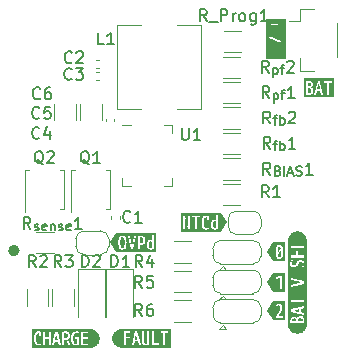
<source format=gbr>
%TF.GenerationSoftware,KiCad,Pcbnew,6.0.10-86aedd382b~118~ubuntu20.04.1*%
%TF.CreationDate,2022-12-20T17:41:17+01:00*%
%TF.ProjectId,DC_UPS,44435f55-5053-42e6-9b69-6361645f7063,rev?*%
%TF.SameCoordinates,Original*%
%TF.FileFunction,Legend,Top*%
%TF.FilePolarity,Positive*%
%FSLAX46Y46*%
G04 Gerber Fmt 4.6, Leading zero omitted, Abs format (unit mm)*
G04 Created by KiCad (PCBNEW 6.0.10-86aedd382b~118~ubuntu20.04.1) date 2022-12-20 17:41:17*
%MOMM*%
%LPD*%
G01*
G04 APERTURE LIST*
%ADD10C,0.150000*%
%ADD11C,0.120000*%
%ADD12C,0.477244*%
G04 APERTURE END LIST*
D10*
%TO.C,R_{pf}1*%
X54092857Y-38202380D02*
X53759523Y-37726190D01*
X53521428Y-38202380D02*
X53521428Y-37202380D01*
X53902380Y-37202380D01*
X53997619Y-37250000D01*
X54045238Y-37297619D01*
X54092857Y-37392857D01*
X54092857Y-37535714D01*
X54045238Y-37630952D01*
X53997619Y-37678571D01*
X53902380Y-37726190D01*
X53521428Y-37726190D01*
X54473809Y-37778571D02*
X54473809Y-38578571D01*
X54473809Y-37816666D02*
X54550000Y-37778571D01*
X54702380Y-37778571D01*
X54778571Y-37816666D01*
X54816666Y-37854761D01*
X54854761Y-37930952D01*
X54854761Y-38159523D01*
X54816666Y-38235714D01*
X54778571Y-38273809D01*
X54702380Y-38311904D01*
X54550000Y-38311904D01*
X54473809Y-38273809D01*
X55083333Y-37778571D02*
X55388095Y-37778571D01*
X55197619Y-38311904D02*
X55197619Y-37626190D01*
X55235714Y-37550000D01*
X55311904Y-37511904D01*
X55388095Y-37511904D01*
X56226190Y-38202380D02*
X55654761Y-38202380D01*
X55940476Y-38202380D02*
X55940476Y-37202380D01*
X55845238Y-37345238D01*
X55750000Y-37440476D01*
X55654761Y-37488095D01*
%TO.C,R5*%
X43313333Y-54252380D02*
X42980000Y-53776190D01*
X42741904Y-54252380D02*
X42741904Y-53252380D01*
X43122857Y-53252380D01*
X43218095Y-53300000D01*
X43265714Y-53347619D01*
X43313333Y-53442857D01*
X43313333Y-53585714D01*
X43265714Y-53680952D01*
X43218095Y-53728571D01*
X43122857Y-53776190D01*
X42741904Y-53776190D01*
X44218095Y-53252380D02*
X43741904Y-53252380D01*
X43694285Y-53728571D01*
X43741904Y-53680952D01*
X43837142Y-53633333D01*
X44075238Y-53633333D01*
X44170476Y-53680952D01*
X44218095Y-53728571D01*
X44265714Y-53823809D01*
X44265714Y-54061904D01*
X44218095Y-54157142D01*
X44170476Y-54204761D01*
X44075238Y-54252380D01*
X43837142Y-54252380D01*
X43741904Y-54204761D01*
X43694285Y-54157142D01*
%TO.C,R4*%
X43333333Y-52502380D02*
X43000000Y-52026190D01*
X42761904Y-52502380D02*
X42761904Y-51502380D01*
X43142857Y-51502380D01*
X43238095Y-51550000D01*
X43285714Y-51597619D01*
X43333333Y-51692857D01*
X43333333Y-51835714D01*
X43285714Y-51930952D01*
X43238095Y-51978571D01*
X43142857Y-52026190D01*
X42761904Y-52026190D01*
X44190476Y-51835714D02*
X44190476Y-52502380D01*
X43952380Y-51454761D02*
X43714285Y-52169047D01*
X44333333Y-52169047D01*
%TO.C,U1*%
X46688095Y-40752380D02*
X46688095Y-41561904D01*
X46735714Y-41657142D01*
X46783333Y-41704761D01*
X46878571Y-41752380D01*
X47069047Y-41752380D01*
X47164285Y-41704761D01*
X47211904Y-41657142D01*
X47259523Y-41561904D01*
X47259523Y-40752380D01*
X48259523Y-41752380D02*
X47688095Y-41752380D01*
X47973809Y-41752380D02*
X47973809Y-40752380D01*
X47878571Y-40895238D01*
X47783333Y-40990476D01*
X47688095Y-41038095D01*
%TO.C,L1*%
X40083333Y-33652380D02*
X39607142Y-33652380D01*
X39607142Y-32652380D01*
X40940476Y-33652380D02*
X40369047Y-33652380D01*
X40654761Y-33652380D02*
X40654761Y-32652380D01*
X40559523Y-32795238D01*
X40464285Y-32890476D01*
X40369047Y-32938095D01*
%TO.C,Q1*%
X38854761Y-43797619D02*
X38759523Y-43750000D01*
X38664285Y-43654761D01*
X38521428Y-43511904D01*
X38426190Y-43464285D01*
X38330952Y-43464285D01*
X38378571Y-43702380D02*
X38283333Y-43654761D01*
X38188095Y-43559523D01*
X38140476Y-43369047D01*
X38140476Y-43035714D01*
X38188095Y-42845238D01*
X38283333Y-42750000D01*
X38378571Y-42702380D01*
X38569047Y-42702380D01*
X38664285Y-42750000D01*
X38759523Y-42845238D01*
X38807142Y-43035714D01*
X38807142Y-43369047D01*
X38759523Y-43559523D01*
X38664285Y-43654761D01*
X38569047Y-43702380D01*
X38378571Y-43702380D01*
X39759523Y-43702380D02*
X39188095Y-43702380D01*
X39473809Y-43702380D02*
X39473809Y-42702380D01*
X39378571Y-42845238D01*
X39283333Y-42940476D01*
X39188095Y-42988095D01*
%TO.C,C5*%
X34633333Y-39857142D02*
X34585714Y-39904761D01*
X34442857Y-39952380D01*
X34347619Y-39952380D01*
X34204761Y-39904761D01*
X34109523Y-39809523D01*
X34061904Y-39714285D01*
X34014285Y-39523809D01*
X34014285Y-39380952D01*
X34061904Y-39190476D01*
X34109523Y-39095238D01*
X34204761Y-39000000D01*
X34347619Y-38952380D01*
X34442857Y-38952380D01*
X34585714Y-39000000D01*
X34633333Y-39047619D01*
X35538095Y-38952380D02*
X35061904Y-38952380D01*
X35014285Y-39428571D01*
X35061904Y-39380952D01*
X35157142Y-39333333D01*
X35395238Y-39333333D01*
X35490476Y-39380952D01*
X35538095Y-39428571D01*
X35585714Y-39523809D01*
X35585714Y-39761904D01*
X35538095Y-39857142D01*
X35490476Y-39904761D01*
X35395238Y-39952380D01*
X35157142Y-39952380D01*
X35061904Y-39904761D01*
X35014285Y-39857142D01*
%TO.C,R_Prog1*%
X48788095Y-31682380D02*
X48454761Y-31206190D01*
X48216666Y-31682380D02*
X48216666Y-30682380D01*
X48597619Y-30682380D01*
X48692857Y-30730000D01*
X48740476Y-30777619D01*
X48788095Y-30872857D01*
X48788095Y-31015714D01*
X48740476Y-31110952D01*
X48692857Y-31158571D01*
X48597619Y-31206190D01*
X48216666Y-31206190D01*
X48978571Y-31777619D02*
X49740476Y-31777619D01*
X49978571Y-31682380D02*
X49978571Y-30682380D01*
X50359523Y-30682380D01*
X50454761Y-30730000D01*
X50502380Y-30777619D01*
X50550000Y-30872857D01*
X50550000Y-31015714D01*
X50502380Y-31110952D01*
X50454761Y-31158571D01*
X50359523Y-31206190D01*
X49978571Y-31206190D01*
X50978571Y-31682380D02*
X50978571Y-31015714D01*
X50978571Y-31206190D02*
X51026190Y-31110952D01*
X51073809Y-31063333D01*
X51169047Y-31015714D01*
X51264285Y-31015714D01*
X51740476Y-31682380D02*
X51645238Y-31634761D01*
X51597619Y-31587142D01*
X51550000Y-31491904D01*
X51550000Y-31206190D01*
X51597619Y-31110952D01*
X51645238Y-31063333D01*
X51740476Y-31015714D01*
X51883333Y-31015714D01*
X51978571Y-31063333D01*
X52026190Y-31110952D01*
X52073809Y-31206190D01*
X52073809Y-31491904D01*
X52026190Y-31587142D01*
X51978571Y-31634761D01*
X51883333Y-31682380D01*
X51740476Y-31682380D01*
X52930952Y-31015714D02*
X52930952Y-31825238D01*
X52883333Y-31920476D01*
X52835714Y-31968095D01*
X52740476Y-32015714D01*
X52597619Y-32015714D01*
X52502380Y-31968095D01*
X52930952Y-31634761D02*
X52835714Y-31682380D01*
X52645238Y-31682380D01*
X52550000Y-31634761D01*
X52502380Y-31587142D01*
X52454761Y-31491904D01*
X52454761Y-31206190D01*
X52502380Y-31110952D01*
X52550000Y-31063333D01*
X52645238Y-31015714D01*
X52835714Y-31015714D01*
X52930952Y-31063333D01*
X53930952Y-31682380D02*
X53359523Y-31682380D01*
X53645238Y-31682380D02*
X53645238Y-30682380D01*
X53550000Y-30825238D01*
X53454761Y-30920476D01*
X53359523Y-30968095D01*
%TO.C,R_{fb}1*%
X54172355Y-42486537D02*
X53839021Y-42010347D01*
X53600926Y-42486537D02*
X53600926Y-41486537D01*
X53981878Y-41486537D01*
X54077117Y-41534157D01*
X54124736Y-41581776D01*
X54172355Y-41677014D01*
X54172355Y-41819871D01*
X54124736Y-41915109D01*
X54077117Y-41962728D01*
X53981878Y-42010347D01*
X53600926Y-42010347D01*
X54439021Y-42062728D02*
X54743783Y-42062728D01*
X54553307Y-42596061D02*
X54553307Y-41910347D01*
X54591402Y-41834157D01*
X54667593Y-41796061D01*
X54743783Y-41796061D01*
X55010450Y-42596061D02*
X55010450Y-41796061D01*
X55010450Y-42100823D02*
X55086640Y-42062728D01*
X55239021Y-42062728D01*
X55315212Y-42100823D01*
X55353307Y-42138918D01*
X55391402Y-42215109D01*
X55391402Y-42443680D01*
X55353307Y-42519871D01*
X55315212Y-42557966D01*
X55239021Y-42596061D01*
X55086640Y-42596061D01*
X55010450Y-42557966D01*
X56305688Y-42486537D02*
X55734259Y-42486537D01*
X56019974Y-42486537D02*
X56019974Y-41486537D01*
X55924736Y-41629395D01*
X55829498Y-41724633D01*
X55734259Y-41772252D01*
%TO.C,R3*%
X36483333Y-52502380D02*
X36150000Y-52026190D01*
X35911904Y-52502380D02*
X35911904Y-51502380D01*
X36292857Y-51502380D01*
X36388095Y-51550000D01*
X36435714Y-51597619D01*
X36483333Y-51692857D01*
X36483333Y-51835714D01*
X36435714Y-51930952D01*
X36388095Y-51978571D01*
X36292857Y-52026190D01*
X35911904Y-52026190D01*
X36816666Y-51502380D02*
X37435714Y-51502380D01*
X37102380Y-51883333D01*
X37245238Y-51883333D01*
X37340476Y-51930952D01*
X37388095Y-51978571D01*
X37435714Y-52073809D01*
X37435714Y-52311904D01*
X37388095Y-52407142D01*
X37340476Y-52454761D01*
X37245238Y-52502380D01*
X36959523Y-52502380D01*
X36864285Y-52454761D01*
X36816666Y-52407142D01*
%TO.C,R_{sense}1*%
X33868095Y-49292380D02*
X33534761Y-48816190D01*
X33296666Y-49292380D02*
X33296666Y-48292380D01*
X33677619Y-48292380D01*
X33772857Y-48340000D01*
X33820476Y-48387619D01*
X33868095Y-48482857D01*
X33868095Y-48625714D01*
X33820476Y-48720952D01*
X33772857Y-48768571D01*
X33677619Y-48816190D01*
X33296666Y-48816190D01*
X34210952Y-49363809D02*
X34287142Y-49401904D01*
X34439523Y-49401904D01*
X34515714Y-49363809D01*
X34553809Y-49287619D01*
X34553809Y-49249523D01*
X34515714Y-49173333D01*
X34439523Y-49135238D01*
X34325238Y-49135238D01*
X34249047Y-49097142D01*
X34210952Y-49020952D01*
X34210952Y-48982857D01*
X34249047Y-48906666D01*
X34325238Y-48868571D01*
X34439523Y-48868571D01*
X34515714Y-48906666D01*
X35201428Y-49363809D02*
X35125238Y-49401904D01*
X34972857Y-49401904D01*
X34896666Y-49363809D01*
X34858571Y-49287619D01*
X34858571Y-48982857D01*
X34896666Y-48906666D01*
X34972857Y-48868571D01*
X35125238Y-48868571D01*
X35201428Y-48906666D01*
X35239523Y-48982857D01*
X35239523Y-49059047D01*
X34858571Y-49135238D01*
X35582380Y-48868571D02*
X35582380Y-49401904D01*
X35582380Y-48944761D02*
X35620476Y-48906666D01*
X35696666Y-48868571D01*
X35810952Y-48868571D01*
X35887142Y-48906666D01*
X35925238Y-48982857D01*
X35925238Y-49401904D01*
X36268095Y-49363809D02*
X36344285Y-49401904D01*
X36496666Y-49401904D01*
X36572857Y-49363809D01*
X36610952Y-49287619D01*
X36610952Y-49249523D01*
X36572857Y-49173333D01*
X36496666Y-49135238D01*
X36382380Y-49135238D01*
X36306190Y-49097142D01*
X36268095Y-49020952D01*
X36268095Y-48982857D01*
X36306190Y-48906666D01*
X36382380Y-48868571D01*
X36496666Y-48868571D01*
X36572857Y-48906666D01*
X37258571Y-49363809D02*
X37182380Y-49401904D01*
X37030000Y-49401904D01*
X36953809Y-49363809D01*
X36915714Y-49287619D01*
X36915714Y-48982857D01*
X36953809Y-48906666D01*
X37030000Y-48868571D01*
X37182380Y-48868571D01*
X37258571Y-48906666D01*
X37296666Y-48982857D01*
X37296666Y-49059047D01*
X36915714Y-49135238D01*
X38210952Y-49292380D02*
X37639523Y-49292380D01*
X37925238Y-49292380D02*
X37925238Y-48292380D01*
X37830000Y-48435238D01*
X37734761Y-48530476D01*
X37639523Y-48578095D01*
%TO.C,R2*%
X34303333Y-52512380D02*
X33970000Y-52036190D01*
X33731904Y-52512380D02*
X33731904Y-51512380D01*
X34112857Y-51512380D01*
X34208095Y-51560000D01*
X34255714Y-51607619D01*
X34303333Y-51702857D01*
X34303333Y-51845714D01*
X34255714Y-51940952D01*
X34208095Y-51988571D01*
X34112857Y-52036190D01*
X33731904Y-52036190D01*
X34684285Y-51607619D02*
X34731904Y-51560000D01*
X34827142Y-51512380D01*
X35065238Y-51512380D01*
X35160476Y-51560000D01*
X35208095Y-51607619D01*
X35255714Y-51702857D01*
X35255714Y-51798095D01*
X35208095Y-51940952D01*
X34636666Y-52512380D01*
X35255714Y-52512380D01*
%TO.C,R_{fb}2*%
X54167857Y-40352380D02*
X53834523Y-39876190D01*
X53596428Y-40352380D02*
X53596428Y-39352380D01*
X53977380Y-39352380D01*
X54072619Y-39400000D01*
X54120238Y-39447619D01*
X54167857Y-39542857D01*
X54167857Y-39685714D01*
X54120238Y-39780952D01*
X54072619Y-39828571D01*
X53977380Y-39876190D01*
X53596428Y-39876190D01*
X54434523Y-39928571D02*
X54739285Y-39928571D01*
X54548809Y-40461904D02*
X54548809Y-39776190D01*
X54586904Y-39700000D01*
X54663095Y-39661904D01*
X54739285Y-39661904D01*
X55005952Y-40461904D02*
X55005952Y-39661904D01*
X55005952Y-39966666D02*
X55082142Y-39928571D01*
X55234523Y-39928571D01*
X55310714Y-39966666D01*
X55348809Y-40004761D01*
X55386904Y-40080952D01*
X55386904Y-40309523D01*
X55348809Y-40385714D01*
X55310714Y-40423809D01*
X55234523Y-40461904D01*
X55082142Y-40461904D01*
X55005952Y-40423809D01*
X55729761Y-39447619D02*
X55777380Y-39400000D01*
X55872619Y-39352380D01*
X56110714Y-39352380D01*
X56205952Y-39400000D01*
X56253571Y-39447619D01*
X56301190Y-39542857D01*
X56301190Y-39638095D01*
X56253571Y-39780952D01*
X55682142Y-40352380D01*
X56301190Y-40352380D01*
%TO.C,C2*%
X37383333Y-35157142D02*
X37335714Y-35204761D01*
X37192857Y-35252380D01*
X37097619Y-35252380D01*
X36954761Y-35204761D01*
X36859523Y-35109523D01*
X36811904Y-35014285D01*
X36764285Y-34823809D01*
X36764285Y-34680952D01*
X36811904Y-34490476D01*
X36859523Y-34395238D01*
X36954761Y-34300000D01*
X37097619Y-34252380D01*
X37192857Y-34252380D01*
X37335714Y-34300000D01*
X37383333Y-34347619D01*
X37764285Y-34347619D02*
X37811904Y-34300000D01*
X37907142Y-34252380D01*
X38145238Y-34252380D01*
X38240476Y-34300000D01*
X38288095Y-34347619D01*
X38335714Y-34442857D01*
X38335714Y-34538095D01*
X38288095Y-34680952D01*
X37716666Y-35252380D01*
X38335714Y-35252380D01*
%TO.C,D2*%
X38231904Y-52502380D02*
X38231904Y-51502380D01*
X38470000Y-51502380D01*
X38612857Y-51550000D01*
X38708095Y-51645238D01*
X38755714Y-51740476D01*
X38803333Y-51930952D01*
X38803333Y-52073809D01*
X38755714Y-52264285D01*
X38708095Y-52359523D01*
X38612857Y-52454761D01*
X38470000Y-52502380D01*
X38231904Y-52502380D01*
X39184285Y-51597619D02*
X39231904Y-51550000D01*
X39327142Y-51502380D01*
X39565238Y-51502380D01*
X39660476Y-51550000D01*
X39708095Y-51597619D01*
X39755714Y-51692857D01*
X39755714Y-51788095D01*
X39708095Y-51930952D01*
X39136666Y-52502380D01*
X39755714Y-52502380D01*
%TO.C,Q2*%
X34954761Y-43797619D02*
X34859523Y-43750000D01*
X34764285Y-43654761D01*
X34621428Y-43511904D01*
X34526190Y-43464285D01*
X34430952Y-43464285D01*
X34478571Y-43702380D02*
X34383333Y-43654761D01*
X34288095Y-43559523D01*
X34240476Y-43369047D01*
X34240476Y-43035714D01*
X34288095Y-42845238D01*
X34383333Y-42750000D01*
X34478571Y-42702380D01*
X34669047Y-42702380D01*
X34764285Y-42750000D01*
X34859523Y-42845238D01*
X34907142Y-43035714D01*
X34907142Y-43369047D01*
X34859523Y-43559523D01*
X34764285Y-43654761D01*
X34669047Y-43702380D01*
X34478571Y-43702380D01*
X35288095Y-42797619D02*
X35335714Y-42750000D01*
X35430952Y-42702380D01*
X35669047Y-42702380D01*
X35764285Y-42750000D01*
X35811904Y-42797619D01*
X35859523Y-42892857D01*
X35859523Y-42988095D01*
X35811904Y-43130952D01*
X35240476Y-43702380D01*
X35859523Y-43702380D01*
%TO.C,C4*%
X34633333Y-41557142D02*
X34585714Y-41604761D01*
X34442857Y-41652380D01*
X34347619Y-41652380D01*
X34204761Y-41604761D01*
X34109523Y-41509523D01*
X34061904Y-41414285D01*
X34014285Y-41223809D01*
X34014285Y-41080952D01*
X34061904Y-40890476D01*
X34109523Y-40795238D01*
X34204761Y-40700000D01*
X34347619Y-40652380D01*
X34442857Y-40652380D01*
X34585714Y-40700000D01*
X34633333Y-40747619D01*
X35490476Y-40985714D02*
X35490476Y-41652380D01*
X35252380Y-40604761D02*
X35014285Y-41319047D01*
X35633333Y-41319047D01*
%TO.C,R6*%
X43313333Y-56642380D02*
X42980000Y-56166190D01*
X42741904Y-56642380D02*
X42741904Y-55642380D01*
X43122857Y-55642380D01*
X43218095Y-55690000D01*
X43265714Y-55737619D01*
X43313333Y-55832857D01*
X43313333Y-55975714D01*
X43265714Y-56070952D01*
X43218095Y-56118571D01*
X43122857Y-56166190D01*
X42741904Y-56166190D01*
X44170476Y-55642380D02*
X43980000Y-55642380D01*
X43884761Y-55690000D01*
X43837142Y-55737619D01*
X43741904Y-55880476D01*
X43694285Y-56070952D01*
X43694285Y-56451904D01*
X43741904Y-56547142D01*
X43789523Y-56594761D01*
X43884761Y-56642380D01*
X44075238Y-56642380D01*
X44170476Y-56594761D01*
X44218095Y-56547142D01*
X44265714Y-56451904D01*
X44265714Y-56213809D01*
X44218095Y-56118571D01*
X44170476Y-56070952D01*
X44075238Y-56023333D01*
X43884761Y-56023333D01*
X43789523Y-56070952D01*
X43741904Y-56118571D01*
X43694285Y-56213809D01*
%TO.C,D1*%
X40711904Y-52502380D02*
X40711904Y-51502380D01*
X40950000Y-51502380D01*
X41092857Y-51550000D01*
X41188095Y-51645238D01*
X41235714Y-51740476D01*
X41283333Y-51930952D01*
X41283333Y-52073809D01*
X41235714Y-52264285D01*
X41188095Y-52359523D01*
X41092857Y-52454761D01*
X40950000Y-52502380D01*
X40711904Y-52502380D01*
X42235714Y-52502380D02*
X41664285Y-52502380D01*
X41950000Y-52502380D02*
X41950000Y-51502380D01*
X41854761Y-51645238D01*
X41759523Y-51740476D01*
X41664285Y-51788095D01*
%TO.C,R_{pf}2*%
X54042857Y-36052380D02*
X53709523Y-35576190D01*
X53471428Y-36052380D02*
X53471428Y-35052380D01*
X53852380Y-35052380D01*
X53947619Y-35100000D01*
X53995238Y-35147619D01*
X54042857Y-35242857D01*
X54042857Y-35385714D01*
X53995238Y-35480952D01*
X53947619Y-35528571D01*
X53852380Y-35576190D01*
X53471428Y-35576190D01*
X54423809Y-35628571D02*
X54423809Y-36428571D01*
X54423809Y-35666666D02*
X54500000Y-35628571D01*
X54652380Y-35628571D01*
X54728571Y-35666666D01*
X54766666Y-35704761D01*
X54804761Y-35780952D01*
X54804761Y-36009523D01*
X54766666Y-36085714D01*
X54728571Y-36123809D01*
X54652380Y-36161904D01*
X54500000Y-36161904D01*
X54423809Y-36123809D01*
X55033333Y-35628571D02*
X55338095Y-35628571D01*
X55147619Y-36161904D02*
X55147619Y-35476190D01*
X55185714Y-35400000D01*
X55261904Y-35361904D01*
X55338095Y-35361904D01*
X55604761Y-35147619D02*
X55652380Y-35100000D01*
X55747619Y-35052380D01*
X55985714Y-35052380D01*
X56080952Y-35100000D01*
X56128571Y-35147619D01*
X56176190Y-35242857D01*
X56176190Y-35338095D01*
X56128571Y-35480952D01*
X55557142Y-36052380D01*
X56176190Y-36052380D01*
%TO.C,C3*%
X37350833Y-36557142D02*
X37303214Y-36604761D01*
X37160357Y-36652380D01*
X37065119Y-36652380D01*
X36922261Y-36604761D01*
X36827023Y-36509523D01*
X36779404Y-36414285D01*
X36731785Y-36223809D01*
X36731785Y-36080952D01*
X36779404Y-35890476D01*
X36827023Y-35795238D01*
X36922261Y-35700000D01*
X37065119Y-35652380D01*
X37160357Y-35652380D01*
X37303214Y-35700000D01*
X37350833Y-35747619D01*
X37684166Y-35652380D02*
X38303214Y-35652380D01*
X37969880Y-36033333D01*
X38112738Y-36033333D01*
X38207976Y-36080952D01*
X38255595Y-36128571D01*
X38303214Y-36223809D01*
X38303214Y-36461904D01*
X38255595Y-36557142D01*
X38207976Y-36604761D01*
X38112738Y-36652380D01*
X37827023Y-36652380D01*
X37731785Y-36604761D01*
X37684166Y-36557142D01*
%TO.C,R1*%
X54033333Y-46602380D02*
X53700000Y-46126190D01*
X53461904Y-46602380D02*
X53461904Y-45602380D01*
X53842857Y-45602380D01*
X53938095Y-45650000D01*
X53985714Y-45697619D01*
X54033333Y-45792857D01*
X54033333Y-45935714D01*
X53985714Y-46030952D01*
X53938095Y-46078571D01*
X53842857Y-46126190D01*
X53461904Y-46126190D01*
X54985714Y-46602380D02*
X54414285Y-46602380D01*
X54700000Y-46602380D02*
X54700000Y-45602380D01*
X54604761Y-45745238D01*
X54509523Y-45840476D01*
X54414285Y-45888095D01*
%TO.C,C6*%
X34683333Y-38207142D02*
X34635714Y-38254761D01*
X34492857Y-38302380D01*
X34397619Y-38302380D01*
X34254761Y-38254761D01*
X34159523Y-38159523D01*
X34111904Y-38064285D01*
X34064285Y-37873809D01*
X34064285Y-37730952D01*
X34111904Y-37540476D01*
X34159523Y-37445238D01*
X34254761Y-37350000D01*
X34397619Y-37302380D01*
X34492857Y-37302380D01*
X34635714Y-37350000D01*
X34683333Y-37397619D01*
X35540476Y-37302380D02*
X35350000Y-37302380D01*
X35254761Y-37350000D01*
X35207142Y-37397619D01*
X35111904Y-37540476D01*
X35064285Y-37730952D01*
X35064285Y-38111904D01*
X35111904Y-38207142D01*
X35159523Y-38254761D01*
X35254761Y-38302380D01*
X35445238Y-38302380D01*
X35540476Y-38254761D01*
X35588095Y-38207142D01*
X35635714Y-38111904D01*
X35635714Y-37873809D01*
X35588095Y-37778571D01*
X35540476Y-37730952D01*
X35445238Y-37683333D01*
X35254761Y-37683333D01*
X35159523Y-37730952D01*
X35111904Y-37778571D01*
X35064285Y-37873809D01*
%TO.C,R_{BIAS}1*%
X54169047Y-44677380D02*
X53835714Y-44201190D01*
X53597619Y-44677380D02*
X53597619Y-43677380D01*
X53978571Y-43677380D01*
X54073809Y-43725000D01*
X54121428Y-43772619D01*
X54169047Y-43867857D01*
X54169047Y-44010714D01*
X54121428Y-44105952D01*
X54073809Y-44153571D01*
X53978571Y-44201190D01*
X53597619Y-44201190D01*
X54816666Y-44367857D02*
X54930952Y-44405952D01*
X54969047Y-44444047D01*
X55007142Y-44520238D01*
X55007142Y-44634523D01*
X54969047Y-44710714D01*
X54930952Y-44748809D01*
X54854761Y-44786904D01*
X54550000Y-44786904D01*
X54550000Y-43986904D01*
X54816666Y-43986904D01*
X54892857Y-44025000D01*
X54930952Y-44063095D01*
X54969047Y-44139285D01*
X54969047Y-44215476D01*
X54930952Y-44291666D01*
X54892857Y-44329761D01*
X54816666Y-44367857D01*
X54550000Y-44367857D01*
X55350000Y-44786904D02*
X55350000Y-43986904D01*
X55692857Y-44558333D02*
X56073809Y-44558333D01*
X55616666Y-44786904D02*
X55883333Y-43986904D01*
X56150000Y-44786904D01*
X56378571Y-44748809D02*
X56492857Y-44786904D01*
X56683333Y-44786904D01*
X56759523Y-44748809D01*
X56797619Y-44710714D01*
X56835714Y-44634523D01*
X56835714Y-44558333D01*
X56797619Y-44482142D01*
X56759523Y-44444047D01*
X56683333Y-44405952D01*
X56530952Y-44367857D01*
X56454761Y-44329761D01*
X56416666Y-44291666D01*
X56378571Y-44215476D01*
X56378571Y-44139285D01*
X56416666Y-44063095D01*
X56454761Y-44025000D01*
X56530952Y-43986904D01*
X56721428Y-43986904D01*
X56835714Y-44025000D01*
X57750000Y-44677380D02*
X57178571Y-44677380D01*
X57464285Y-44677380D02*
X57464285Y-43677380D01*
X57369047Y-43820238D01*
X57273809Y-43915476D01*
X57178571Y-43963095D01*
%TO.C,C1*%
X42333333Y-48657142D02*
X42285714Y-48704761D01*
X42142857Y-48752380D01*
X42047619Y-48752380D01*
X41904761Y-48704761D01*
X41809523Y-48609523D01*
X41761904Y-48514285D01*
X41714285Y-48323809D01*
X41714285Y-48180952D01*
X41761904Y-47990476D01*
X41809523Y-47895238D01*
X41904761Y-47800000D01*
X42047619Y-47752380D01*
X42142857Y-47752380D01*
X42285714Y-47800000D01*
X42333333Y-47847619D01*
X43285714Y-48752380D02*
X42714285Y-48752380D01*
X43000000Y-48752380D02*
X43000000Y-47752380D01*
X42904761Y-47895238D01*
X42809523Y-47990476D01*
X42714285Y-48038095D01*
D11*
%TO.C,R_{pf}1*%
X51627064Y-38660000D02*
X50172936Y-38660000D01*
X51627064Y-36840000D02*
X50172936Y-36840000D01*
%TO.C,F_SEL1*%
X49950000Y-52750000D02*
X52750000Y-52750000D01*
X50150000Y-54950000D02*
X49850000Y-55250000D01*
X50150000Y-54950000D02*
X50450000Y-55250000D01*
X52750000Y-54750000D02*
X49950000Y-54750000D01*
X49850000Y-55250000D02*
X50450000Y-55250000D01*
X49300000Y-54050000D02*
X49300000Y-53450000D01*
X53400000Y-53450000D02*
X53400000Y-54050000D01*
X52700000Y-54750000D02*
G75*
G03*
X53400000Y-54050000I0J700000D01*
G01*
X49300000Y-54050000D02*
G75*
G03*
X50000000Y-54750000I699999J-1D01*
G01*
X50000000Y-52750000D02*
G75*
G03*
X49300000Y-53450000I-1J-699999D01*
G01*
X53400000Y-53450000D02*
G75*
G03*
X52700000Y-52750000I-700000J0D01*
G01*
%TO.C,R5*%
X46022936Y-52840000D02*
X47477064Y-52840000D01*
X46022936Y-54660000D02*
X47477064Y-54660000D01*
%TO.C,R4*%
X46022936Y-50340000D02*
X47477064Y-50340000D01*
X46022936Y-52160000D02*
X47477064Y-52160000D01*
%TO.C,kibuzzard-63A19CFD*%
G36*
X55095793Y-51123878D02*
G01*
X55096983Y-51210000D01*
X55094867Y-51322889D01*
X55088517Y-51418139D01*
X55077933Y-51495750D01*
X55055907Y-51582269D01*
X55027927Y-51635450D01*
X54944583Y-51671963D01*
X54865208Y-51639419D01*
X54815996Y-51527500D01*
X55092221Y-51049663D01*
X55095793Y-51123878D01*
G37*
G36*
X55019196Y-50775819D02*
G01*
X55066821Y-50870275D01*
X54795358Y-51341763D01*
X54792183Y-51210000D01*
X54794300Y-51097111D01*
X54800650Y-51001861D01*
X54811233Y-50924250D01*
X54833260Y-50837731D01*
X54861240Y-50784550D01*
X54944583Y-50748038D01*
X55019196Y-50775819D01*
G37*
G36*
X53899479Y-51210000D02*
G01*
X54627083Y-51210000D01*
X54631228Y-51350847D01*
X54643664Y-51470703D01*
X54664390Y-51569569D01*
X54709038Y-51681884D01*
X54768371Y-51753719D01*
X54845761Y-51792414D01*
X54944583Y-51805313D01*
X55043405Y-51792414D01*
X55120796Y-51753719D01*
X55180129Y-51681884D01*
X55224777Y-51569569D01*
X55245503Y-51470703D01*
X55257938Y-51350847D01*
X55262083Y-51210000D01*
X55257938Y-51069153D01*
X55245503Y-50949297D01*
X55224777Y-50850431D01*
X55180129Y-50738116D01*
X55120796Y-50666281D01*
X55043405Y-50627586D01*
X54944583Y-50614687D01*
X54845761Y-50627586D01*
X54768371Y-50666281D01*
X54709038Y-50738116D01*
X54664390Y-50850431D01*
X54643664Y-50949297D01*
X54631228Y-51069153D01*
X54627083Y-51210000D01*
X53899479Y-51210000D01*
X54428646Y-50416250D01*
X55460521Y-50416250D01*
X55460521Y-52003750D01*
X54428646Y-52003750D01*
X53899479Y-51210000D01*
G37*
%TO.C,kibuzzard-63A1A128*%
G36*
X55466930Y-31539475D02*
G01*
X55466930Y-34860525D01*
X53793070Y-34860525D01*
X53793070Y-34701775D01*
X54471250Y-34701775D01*
X54576660Y-34701775D01*
X54576660Y-34320775D01*
X54471250Y-34320775D01*
X54471250Y-34701775D01*
X53793070Y-34701775D01*
X53793070Y-34193775D01*
X55218010Y-34193775D01*
X55308180Y-34193775D01*
X55308180Y-33558775D01*
X55218010Y-33558775D01*
X55218010Y-34193775D01*
X53793070Y-34193775D01*
X53793070Y-33097765D01*
X54097870Y-33097765D01*
X55075770Y-33505435D01*
X55075770Y-33383515D01*
X54097870Y-32975845D01*
X54097870Y-33097765D01*
X53793070Y-33097765D01*
X53793070Y-32866625D01*
X53951820Y-32866625D01*
X54043260Y-32866625D01*
X54043260Y-32345925D01*
X53951820Y-32345925D01*
X53951820Y-32866625D01*
X53793070Y-32866625D01*
X53793070Y-32039855D01*
X54212170Y-32039855D01*
X54478870Y-32039855D01*
X54478870Y-32244325D01*
X54584280Y-32244325D01*
X54584280Y-32039855D01*
X54847170Y-32039855D01*
X54847170Y-31903965D01*
X54584280Y-31903965D01*
X54584280Y-31698225D01*
X54478870Y-31698225D01*
X54478870Y-31903965D01*
X54212170Y-31903965D01*
X54212170Y-32039855D01*
X53793070Y-32039855D01*
X53793070Y-31539475D01*
X55466930Y-31539475D01*
G37*
%TO.C,U1*%
X45135000Y-45660000D02*
X45860000Y-45660000D01*
X42365000Y-40440000D02*
X41640000Y-40440000D01*
X41640000Y-45660000D02*
X41640000Y-44935000D01*
X45860000Y-40440000D02*
X45860000Y-41165000D01*
X45135000Y-40440000D02*
X45860000Y-40440000D01*
X45860000Y-45660000D02*
X45860000Y-44935000D01*
X42365000Y-45660000D02*
X41640000Y-45660000D01*
%TO.C,L1*%
X41200000Y-32000000D02*
X43250000Y-32000000D01*
X43250000Y-39100000D02*
X41200000Y-39100000D01*
X41200000Y-39100000D02*
X41200000Y-32000000D01*
X46250000Y-39100000D02*
X48300000Y-39100000D01*
X48300000Y-32000000D02*
X46250000Y-32000000D01*
X48300000Y-39100000D02*
X48300000Y-32000000D01*
%TO.C,Q1*%
X37299891Y-44319374D02*
X37634891Y-44319374D01*
X40234891Y-47589374D02*
X40569891Y-47589374D01*
X37299891Y-47824374D02*
X37299891Y-44319374D01*
X40569891Y-47589374D02*
X40569891Y-44319374D01*
X40234891Y-44319374D02*
X40569891Y-44319374D01*
%TO.C,C5*%
X39910000Y-40098752D02*
X39910000Y-38676248D01*
X38090000Y-40098752D02*
X38090000Y-38676248D01*
%TO.C,R_Prog1*%
X50222936Y-32490000D02*
X51677064Y-32490000D01*
X50222936Y-34310000D02*
X51677064Y-34310000D01*
%TO.C,R_{fb}1*%
X51631562Y-41149157D02*
X50177434Y-41149157D01*
X51631562Y-42969157D02*
X50177434Y-42969157D01*
%TO.C,R3*%
X37550000Y-54342936D02*
X37550000Y-55797064D01*
X35730000Y-54342936D02*
X35730000Y-55797064D01*
%TO.C,kibuzzard-63A1A287*%
G36*
X41497846Y-59322029D02*
G01*
X41421564Y-59310713D01*
X41346759Y-59291976D01*
X41274151Y-59265996D01*
X41204439Y-59233025D01*
X41138295Y-59193379D01*
X41076355Y-59147441D01*
X41036700Y-59111500D01*
X41773306Y-59111500D01*
X41951106Y-59111500D01*
X42447994Y-59111500D01*
X42625794Y-59111500D01*
X42686119Y-58806700D01*
X42957581Y-58806700D01*
X43017906Y-59111500D01*
X43202056Y-59111500D01*
X43130575Y-58809875D01*
X43302069Y-58809875D01*
X43310271Y-58913239D01*
X43334877Y-58994731D01*
X43375887Y-59054350D01*
X43435772Y-59094919D01*
X43516999Y-59119261D01*
X43619569Y-59127375D01*
X43722139Y-59119261D01*
X43748037Y-59111500D01*
X44167256Y-59111500D01*
X44714944Y-59111500D01*
X44714944Y-58973388D01*
X44345056Y-58973388D01*
X44345056Y-58090737D01*
X44881631Y-58090737D01*
X45118169Y-58090737D01*
X45118169Y-59111500D01*
X45295969Y-59111500D01*
X45295969Y-58090737D01*
X45532506Y-58090737D01*
X45532506Y-57952625D01*
X44881631Y-57952625D01*
X44881631Y-58090737D01*
X44345056Y-58090737D01*
X44345056Y-57952625D01*
X44167256Y-57952625D01*
X44167256Y-59111500D01*
X43748037Y-59111500D01*
X43803366Y-59094919D01*
X43863250Y-59054350D01*
X43904260Y-58994731D01*
X43928867Y-58913239D01*
X43937069Y-58809875D01*
X43937069Y-57952625D01*
X43764031Y-57952625D01*
X43764031Y-58778125D01*
X43756094Y-58881908D01*
X43732281Y-58945606D01*
X43622744Y-58989263D01*
X43556466Y-58978150D01*
X43513206Y-58944813D01*
X43489394Y-58880916D01*
X43481456Y-58778125D01*
X43481456Y-57952625D01*
X43302069Y-57952625D01*
X43302069Y-58809875D01*
X43130575Y-58809875D01*
X42927419Y-57952625D01*
X42721044Y-57952625D01*
X42447994Y-59111500D01*
X41951106Y-59111500D01*
X41951106Y-58555875D01*
X42297181Y-58555875D01*
X42297181Y-58420938D01*
X41951106Y-58420938D01*
X41951106Y-58090737D01*
X42313056Y-58090737D01*
X42313056Y-57952625D01*
X41773306Y-57952625D01*
X41773306Y-59111500D01*
X41036700Y-59111500D01*
X41019215Y-59095653D01*
X40967427Y-59038514D01*
X40921490Y-58976574D01*
X40881844Y-58910429D01*
X40848873Y-58840717D01*
X40822893Y-58768109D01*
X40804155Y-58693304D01*
X40792840Y-58617023D01*
X40789056Y-58540000D01*
X40792840Y-58462977D01*
X40804155Y-58386696D01*
X40822893Y-58311891D01*
X40848873Y-58239283D01*
X40881844Y-58169571D01*
X40921490Y-58103426D01*
X40967427Y-58041486D01*
X41019215Y-57984347D01*
X41076355Y-57932559D01*
X41138295Y-57886621D01*
X41204439Y-57846975D01*
X41274151Y-57814004D01*
X41346759Y-57788024D01*
X41421564Y-57769287D01*
X41497846Y-57757971D01*
X41574869Y-57754188D01*
X45730944Y-57754188D01*
X45730944Y-59325812D01*
X41574869Y-59325812D01*
X41497846Y-59322029D01*
G37*
G36*
X42930594Y-58671763D02*
G01*
X42713106Y-58671763D01*
X42821056Y-58127250D01*
X42822644Y-58127250D01*
X42930594Y-58671763D01*
G37*
%TO.C,kibuzzard-63A19F98*%
G36*
X49538880Y-48619669D02*
G01*
X49596427Y-48660150D01*
X49596427Y-49188788D01*
X49493240Y-49209425D01*
X49419818Y-49192359D01*
X49367827Y-49141163D01*
X49336871Y-49047897D01*
X49326552Y-48904625D01*
X49335085Y-48765123D01*
X49360683Y-48673644D01*
X49403744Y-48623042D01*
X49464665Y-48606175D01*
X49538880Y-48619669D01*
G37*
G36*
X46596052Y-47928312D02*
G01*
X49969490Y-47928312D01*
X50503948Y-48730000D01*
X49969490Y-49531688D01*
X46596052Y-49531688D01*
X46596052Y-49317375D01*
X46794490Y-49317375D01*
X46969115Y-49317375D01*
X46969115Y-48476000D01*
X46972290Y-48476000D01*
X47219940Y-49317375D01*
X47397740Y-49317375D01*
X47397740Y-48296612D01*
X47564427Y-48296612D01*
X47800965Y-48296612D01*
X47800965Y-49317375D01*
X47978765Y-49317375D01*
X47978765Y-48722063D01*
X48358177Y-48722063D01*
X48364453Y-48865310D01*
X48383279Y-48989457D01*
X48414657Y-49094505D01*
X48458586Y-49180453D01*
X48515067Y-49247302D01*
X48584098Y-49295051D01*
X48665681Y-49323700D01*
X48759815Y-49333250D01*
X48865780Y-49323328D01*
X48961427Y-49293563D01*
X48961427Y-49147512D01*
X48870940Y-49184422D01*
X48786802Y-49196725D01*
X48709191Y-49183540D01*
X48645691Y-49143985D01*
X48596302Y-49078059D01*
X48561024Y-48985764D01*
X48546552Y-48904625D01*
X49151927Y-48904625D01*
X49161276Y-49045119D01*
X49189322Y-49155450D01*
X49236065Y-49235619D01*
X49302916Y-49289858D01*
X49391287Y-49322402D01*
X49501177Y-49333250D01*
X49599602Y-49327606D01*
X49689560Y-49310672D01*
X49771052Y-49282450D01*
X49771052Y-48126750D01*
X49596427Y-48126750D01*
X49596427Y-48510925D01*
X49523005Y-48484731D01*
X49445615Y-48476000D01*
X49354686Y-48487112D01*
X49280867Y-48520450D01*
X49224158Y-48576013D01*
X49184030Y-48656975D01*
X49159953Y-48766512D01*
X49151927Y-48904625D01*
X48546552Y-48904625D01*
X48539858Y-48867098D01*
X48532802Y-48722063D01*
X48539196Y-48587698D01*
X48558378Y-48477764D01*
X48590349Y-48392259D01*
X48635108Y-48331185D01*
X48692655Y-48294540D01*
X48762990Y-48282325D01*
X48799502Y-48288675D01*
X48799502Y-48536325D01*
X48969365Y-48536325D01*
X48969365Y-48177550D01*
X48868161Y-48151356D01*
X48755052Y-48142625D01*
X48662035Y-48151679D01*
X48581419Y-48178840D01*
X48513206Y-48224108D01*
X48457396Y-48287484D01*
X48413988Y-48368968D01*
X48382982Y-48468559D01*
X48364378Y-48586257D01*
X48358177Y-48722063D01*
X47978765Y-48722063D01*
X47978765Y-48296612D01*
X48215302Y-48296612D01*
X48215302Y-48158500D01*
X47564427Y-48158500D01*
X47564427Y-48296612D01*
X47397740Y-48296612D01*
X47397740Y-48158500D01*
X47231052Y-48158500D01*
X47231052Y-48999875D01*
X47226290Y-48999875D01*
X46978640Y-48158500D01*
X46794490Y-48158500D01*
X46794490Y-49317375D01*
X46596052Y-49317375D01*
X46596052Y-47928312D01*
G37*
%TO.C,R_{sense}1*%
X35827064Y-51360000D02*
X34372936Y-51360000D01*
X35827064Y-49540000D02*
X34372936Y-49540000D01*
%TO.C,kibuzzard-63A1A047*%
G36*
X58381281Y-37469700D02*
G01*
X58163794Y-37469700D01*
X58271744Y-36925188D01*
X58273331Y-36925188D01*
X58381281Y-37469700D01*
G37*
G36*
X57539377Y-36889381D02*
G01*
X57598115Y-36943885D01*
X57617694Y-37034725D01*
X57604994Y-37118267D01*
X57566894Y-37175219D01*
X57501806Y-37207961D01*
X57408144Y-37218875D01*
X57362106Y-37218875D01*
X57362106Y-36883913D01*
X57441481Y-36871213D01*
X57539377Y-36889381D01*
G37*
G36*
X57526412Y-37366909D02*
G01*
X57593881Y-37406200D01*
X57633172Y-37474066D01*
X57646269Y-37572888D01*
X57634164Y-37670320D01*
X57597850Y-37737194D01*
X57536930Y-37775889D01*
X57451006Y-37788788D01*
X57362106Y-37776088D01*
X57362106Y-37353813D01*
X57428781Y-37353813D01*
X57526412Y-37366909D01*
G37*
G36*
X56985869Y-36536250D02*
G01*
X59594131Y-36536250D01*
X59594131Y-38123750D01*
X56985869Y-38123750D01*
X56985869Y-37893563D01*
X57184306Y-37893563D01*
X57271795Y-37911201D01*
X57360695Y-37921785D01*
X57451006Y-37925313D01*
X57563542Y-37915611D01*
X57583071Y-37909438D01*
X57898681Y-37909438D01*
X58076481Y-37909438D01*
X58136806Y-37604638D01*
X58408269Y-37604638D01*
X58468594Y-37909438D01*
X58652744Y-37909438D01*
X58410837Y-36888675D01*
X58744819Y-36888675D01*
X58981356Y-36888675D01*
X58981356Y-37909438D01*
X59159156Y-37909438D01*
X59159156Y-36888675D01*
X59395694Y-36888675D01*
X59395694Y-36750563D01*
X58744819Y-36750563D01*
X58744819Y-36888675D01*
X58410837Y-36888675D01*
X58378106Y-36750563D01*
X58171731Y-36750563D01*
X57898681Y-37909438D01*
X57583071Y-37909438D01*
X57655617Y-37886507D01*
X57727231Y-37838000D01*
X57778384Y-37770090D01*
X57809076Y-37682778D01*
X57819306Y-37576063D01*
X57804027Y-37469700D01*
X57758187Y-37379213D01*
X57689330Y-37312934D01*
X57604994Y-37279200D01*
X57604994Y-37277613D01*
X57679408Y-37245069D01*
X57737550Y-37188713D01*
X57775055Y-37113306D01*
X57787556Y-37023613D01*
X57773713Y-36919600D01*
X57732184Y-36838701D01*
X57662969Y-36780915D01*
X57566068Y-36746244D01*
X57441481Y-36734687D01*
X57310512Y-36742625D01*
X57184306Y-36766437D01*
X57184306Y-37893563D01*
X56985869Y-37893563D01*
X56985869Y-36536250D01*
G37*
%TO.C,kibuzzard-63A19D17*%
G36*
X53900894Y-53810000D02*
G01*
X54075519Y-53548062D01*
X54692279Y-53548062D01*
X54965329Y-53395662D01*
X54968504Y-53397250D01*
X54968504Y-54389437D01*
X55146304Y-54389437D01*
X55146304Y-53230563D01*
X54970092Y-53230563D01*
X54692279Y-53392487D01*
X54692279Y-53548062D01*
X54075519Y-53548062D01*
X54419477Y-53032125D01*
X55419106Y-53032125D01*
X55419106Y-54587875D01*
X54419477Y-54587875D01*
X53900894Y-53810000D01*
G37*
%TO.C,R2*%
X35380000Y-54342936D02*
X35380000Y-55797064D01*
X33560000Y-54342936D02*
X33560000Y-55797064D01*
%TO.C,kibuzzard-63A19F8A*%
G36*
X44097151Y-50309669D02*
G01*
X44154698Y-50350150D01*
X44154698Y-50878788D01*
X44051510Y-50899425D01*
X43978089Y-50882359D01*
X43926098Y-50831163D01*
X43895142Y-50737897D01*
X43884823Y-50594625D01*
X43893356Y-50455123D01*
X43918954Y-50363644D01*
X43962015Y-50313042D01*
X44022935Y-50296175D01*
X44097151Y-50309669D01*
G37*
G36*
X43298837Y-49985422D02*
G01*
X43358567Y-50029475D01*
X43393690Y-50106469D01*
X43405398Y-50219975D01*
X43393690Y-50342014D01*
X43358567Y-50422381D01*
X43298837Y-50467030D01*
X43213310Y-50481913D01*
X43121235Y-50470800D01*
X43121235Y-49983438D01*
X43213310Y-49970737D01*
X43298837Y-49985422D01*
G37*
G36*
X40572240Y-50420000D02*
G01*
X41106698Y-49618312D01*
X44527760Y-49618312D01*
X44527760Y-51221688D01*
X41106698Y-51221688D01*
X40577532Y-50427938D01*
X41305135Y-50427938D01*
X41309457Y-50566932D01*
X41322422Y-50685465D01*
X41344029Y-50783538D01*
X41391853Y-50895853D01*
X41457535Y-50969275D01*
X41544054Y-51009756D01*
X41654385Y-51023250D01*
X41764717Y-51009756D01*
X41851235Y-50969275D01*
X41916918Y-50895853D01*
X41964742Y-50783538D01*
X41986349Y-50685465D01*
X41999314Y-50566932D01*
X42003635Y-50427938D01*
X41999314Y-50288943D01*
X41986349Y-50170410D01*
X41964742Y-50072337D01*
X41916918Y-49960022D01*
X41851235Y-49886600D01*
X41769806Y-49848500D01*
X42086185Y-49848500D01*
X42343360Y-51007375D01*
X42549735Y-51007375D01*
X42943435Y-51007375D01*
X43121235Y-51007375D01*
X43121235Y-50610500D01*
X43213310Y-50618438D01*
X43326464Y-50607854D01*
X43364718Y-50594625D01*
X43710198Y-50594625D01*
X43719547Y-50735119D01*
X43747592Y-50845450D01*
X43794335Y-50925619D01*
X43861187Y-50979858D01*
X43949558Y-51012402D01*
X44059448Y-51023250D01*
X44157873Y-51017606D01*
X44247831Y-51000672D01*
X44329323Y-50972450D01*
X44329323Y-49816750D01*
X44154698Y-49816750D01*
X44154698Y-50200925D01*
X44081276Y-50174731D01*
X44003885Y-50166000D01*
X43912957Y-50177112D01*
X43839138Y-50210450D01*
X43782429Y-50266013D01*
X43742301Y-50346975D01*
X43718224Y-50456512D01*
X43710198Y-50594625D01*
X43364718Y-50594625D01*
X43418274Y-50576104D01*
X43488742Y-50523188D01*
X43538572Y-50447164D01*
X43568469Y-50346093D01*
X43578435Y-50219975D01*
X43568734Y-50096062D01*
X43539630Y-49997372D01*
X43491123Y-49923906D01*
X43421449Y-49873194D01*
X43328845Y-49842767D01*
X43213310Y-49832625D01*
X43121941Y-49836153D01*
X43031983Y-49846736D01*
X42943435Y-49864375D01*
X42943435Y-51007375D01*
X42549735Y-51007375D01*
X42808498Y-49848500D01*
X42632285Y-49848500D01*
X42451310Y-50848625D01*
X42449723Y-50848625D01*
X42268748Y-49848500D01*
X42086185Y-49848500D01*
X41769806Y-49848500D01*
X41764717Y-49846119D01*
X41654385Y-49832625D01*
X41544054Y-49846119D01*
X41457535Y-49886600D01*
X41391853Y-49960022D01*
X41344029Y-50072337D01*
X41322422Y-50170410D01*
X41309457Y-50288943D01*
X41305135Y-50427938D01*
X40577532Y-50427938D01*
X40572240Y-50420000D01*
G37*
G36*
X41736539Y-49995145D02*
G01*
X41792498Y-50068369D01*
X41816310Y-50151713D01*
X41830598Y-50271569D01*
X41835360Y-50427938D01*
X41830598Y-50584306D01*
X41816310Y-50704162D01*
X41792498Y-50787506D01*
X41736539Y-50860730D01*
X41654385Y-50885138D01*
X41572232Y-50860730D01*
X41516273Y-50787506D01*
X41492460Y-50704162D01*
X41478173Y-50584306D01*
X41473410Y-50427938D01*
X41478173Y-50271569D01*
X41492460Y-50151713D01*
X41516273Y-50068369D01*
X41572232Y-49995145D01*
X41654385Y-49970737D01*
X41736539Y-49995145D01*
G37*
%TO.C,F_SEL2*%
X50150000Y-57450000D02*
X49850000Y-57750000D01*
X53400000Y-55950000D02*
X53400000Y-56550000D01*
X49300000Y-56550000D02*
X49300000Y-55950000D01*
X49950000Y-55250000D02*
X52750000Y-55250000D01*
X49850000Y-57750000D02*
X50450000Y-57750000D01*
X50150000Y-57450000D02*
X50450000Y-57750000D01*
X52750000Y-57250000D02*
X49950000Y-57250000D01*
X53400000Y-55950000D02*
G75*
G03*
X52700000Y-55250000I-700000J0D01*
G01*
X52700000Y-57250000D02*
G75*
G03*
X53400000Y-56550000I0J700000D01*
G01*
X49300000Y-56550000D02*
G75*
G03*
X50000000Y-57250000I699999J-1D01*
G01*
X50000000Y-55250000D02*
G75*
G03*
X49300000Y-55950000I-1J-699999D01*
G01*
%TO.C,OVPO1*%
X37700000Y-50750000D02*
X37700000Y-50150000D01*
X40500000Y-50150000D02*
X40500000Y-50750000D01*
X39800000Y-51450000D02*
X38400000Y-51450000D01*
X38400000Y-49450000D02*
X39800000Y-49450000D01*
X37700000Y-50750000D02*
G75*
G03*
X38400000Y-51450000I699999J-1D01*
G01*
X38400000Y-49450000D02*
G75*
G03*
X37700000Y-50150000I-1J-699999D01*
G01*
X39800000Y-51450000D02*
G75*
G03*
X40500000Y-50750000I0J700000D01*
G01*
X40500000Y-50150000D02*
G75*
G03*
X39800000Y-49450000I-700000J0D01*
G01*
%TO.C,kibuzzard-63A19D4B*%
G36*
X53898248Y-56200000D02*
G01*
X54422123Y-55414187D01*
X55421752Y-55414187D01*
X55421752Y-56985813D01*
X54422123Y-56985813D01*
X54289831Y-56787375D01*
X54636187Y-56787375D01*
X55207688Y-56787375D01*
X55207688Y-56649263D01*
X54820337Y-56649263D01*
X54820337Y-56646088D01*
X54913454Y-56535161D01*
X54992780Y-56430981D01*
X55058314Y-56333548D01*
X55110056Y-56242863D01*
X55159886Y-56129621D01*
X55189784Y-56022729D01*
X55199750Y-55922188D01*
X55181692Y-55788242D01*
X55127519Y-55691206D01*
X55039214Y-55632270D01*
X54918762Y-55612625D01*
X54818221Y-55621797D01*
X54724029Y-55649314D01*
X54636187Y-55695175D01*
X54636187Y-55844400D01*
X54725617Y-55792365D01*
X54807637Y-55761144D01*
X54882250Y-55750737D01*
X54986231Y-55793600D01*
X55011830Y-55849163D01*
X55020363Y-55930125D01*
X55012522Y-56017114D01*
X54989001Y-56109351D01*
X54949800Y-56206836D01*
X54894918Y-56309570D01*
X54824355Y-56417552D01*
X54738111Y-56530783D01*
X54636187Y-56649263D01*
X54636187Y-56787375D01*
X54289831Y-56787375D01*
X53898248Y-56200000D01*
G37*
%TO.C,J4*%
X57870000Y-35880000D02*
X56720000Y-35880000D01*
X57870000Y-30660000D02*
X56720000Y-30660000D01*
X59840000Y-31830000D02*
X59840000Y-34710000D01*
X56720000Y-35880000D02*
X56720000Y-34830000D01*
X56720000Y-31710000D02*
X55730000Y-31710000D01*
X56720000Y-30660000D02*
X56720000Y-31710000D01*
%TO.C,R_{fb}2*%
X50172936Y-38990000D02*
X51627064Y-38990000D01*
X50172936Y-40810000D02*
X51627064Y-40810000D01*
%TO.C,C2*%
X39683335Y-34940000D02*
X39451665Y-34940000D01*
X39683335Y-35660000D02*
X39451665Y-35660000D01*
%TO.C,NTC_Dis0*%
X53400000Y-48450000D02*
X53400000Y-49050000D01*
X52700000Y-49750000D02*
X51300000Y-49750000D01*
X50600000Y-49050000D02*
X50600000Y-48450000D01*
X51300000Y-47750000D02*
X52700000Y-47750000D01*
X53400000Y-48450000D02*
G75*
G03*
X52700000Y-47750000I-699999J1D01*
G01*
X50600000Y-49050000D02*
G75*
G03*
X51300000Y-49750000I700000J0D01*
G01*
X51300000Y-47750000D02*
G75*
G03*
X50600000Y-48450000I0J-700000D01*
G01*
X52700000Y-49750000D02*
G75*
G03*
X53400000Y-49050000I1J699999D01*
G01*
%TO.C,kibuzzard-63A1A2AA*%
G36*
X36910247Y-58105302D02*
G01*
X36970175Y-58142806D01*
X37005894Y-58207298D01*
X37017800Y-58300762D01*
X37005100Y-58398394D01*
X36967000Y-58462687D01*
X36898738Y-58498406D01*
X36795550Y-58510313D01*
X36733638Y-58510313D01*
X36733638Y-58105500D01*
X36825713Y-58092800D01*
X36910247Y-58105302D01*
G37*
G36*
X36173250Y-58689700D02*
G01*
X35955763Y-58689700D01*
X36063713Y-58145187D01*
X36065300Y-58145187D01*
X36173250Y-58689700D01*
G37*
G36*
X33957100Y-57756250D02*
G01*
X38929150Y-57756250D01*
X39006951Y-57760072D01*
X39084003Y-57771502D01*
X39159563Y-57790429D01*
X39232905Y-57816671D01*
X39303321Y-57849975D01*
X39370134Y-57890021D01*
X39432700Y-57936423D01*
X39490416Y-57988734D01*
X39542727Y-58046450D01*
X39589129Y-58109016D01*
X39629175Y-58175829D01*
X39662479Y-58246245D01*
X39688721Y-58319587D01*
X39707648Y-58395147D01*
X39719078Y-58472199D01*
X39722900Y-58550000D01*
X39719078Y-58627801D01*
X39707648Y-58704853D01*
X39688721Y-58780413D01*
X39662479Y-58853755D01*
X39629175Y-58924171D01*
X39589129Y-58990984D01*
X39542727Y-59053550D01*
X39490416Y-59111266D01*
X39432700Y-59163577D01*
X39370134Y-59209979D01*
X39303321Y-59250025D01*
X39232905Y-59283329D01*
X39159563Y-59309571D01*
X39084003Y-59328498D01*
X39006951Y-59339928D01*
X38929150Y-59343750D01*
X33957100Y-59343750D01*
X33957100Y-58534125D01*
X34155538Y-58534125D01*
X34161813Y-58677372D01*
X34180640Y-58801520D01*
X34212018Y-58906567D01*
X34255947Y-58992516D01*
X34312427Y-59059364D01*
X34381459Y-59107113D01*
X34463041Y-59135763D01*
X34557175Y-59145312D01*
X34663141Y-59135391D01*
X34682273Y-59129437D01*
X34957225Y-59129437D01*
X35130263Y-59129437D01*
X35130263Y-58573812D01*
X35412838Y-58573812D01*
X35412838Y-59129437D01*
X35592225Y-59129437D01*
X35690650Y-59129437D01*
X35868450Y-59129437D01*
X35928775Y-58824638D01*
X36200238Y-58824638D01*
X36260563Y-59129437D01*
X36444713Y-59129437D01*
X36555838Y-59129437D01*
X36733638Y-59129437D01*
X36733638Y-58648425D01*
X36795550Y-58648425D01*
X36891594Y-58679381D01*
X36921955Y-58724030D01*
X36947950Y-58796063D01*
X37040025Y-59129437D01*
X37222588Y-59129437D01*
X37124163Y-58805587D01*
X37073363Y-58680969D01*
X37013038Y-58602387D01*
X37013038Y-58599212D01*
X37090825Y-58553770D01*
X37100850Y-58542062D01*
X37314663Y-58542062D01*
X37320864Y-58683449D01*
X37339467Y-58805984D01*
X37370473Y-58909668D01*
X37413881Y-58994500D01*
X37469692Y-59060480D01*
X37537905Y-59107609D01*
X37618520Y-59135887D01*
X37711538Y-59145312D01*
X37806435Y-59139139D01*
X37853558Y-59129437D01*
X38175088Y-59129437D01*
X38730713Y-59129437D01*
X38730713Y-58991325D01*
X38352888Y-58991325D01*
X38352888Y-58573812D01*
X38714838Y-58573812D01*
X38714838Y-58438875D01*
X38352888Y-58438875D01*
X38352888Y-58108675D01*
X38730713Y-58108675D01*
X38730713Y-57970563D01*
X38175088Y-57970563D01*
X38175088Y-59129437D01*
X37853558Y-59129437D01*
X37896393Y-59120618D01*
X37981413Y-59089750D01*
X37981413Y-58438875D01*
X37611525Y-58438875D01*
X37611525Y-58573812D01*
X37811550Y-58573812D01*
X37811550Y-58989737D01*
X37716300Y-59008787D01*
X37619463Y-58981800D01*
X37548025Y-58900838D01*
X37515393Y-58812996D01*
X37495814Y-58693404D01*
X37489288Y-58542062D01*
X37496167Y-58394160D01*
X37516804Y-58278538D01*
X37551200Y-58195194D01*
X37630178Y-58119589D01*
X37743288Y-58094387D01*
X37840522Y-58103913D01*
X37941725Y-58132487D01*
X37941725Y-57989613D01*
X37844491Y-57963419D01*
X37743288Y-57954687D01*
X37612319Y-57970386D01*
X37505163Y-58017482D01*
X37421819Y-58095975D01*
X37374938Y-58176838D01*
X37341452Y-58278141D01*
X37321360Y-58399882D01*
X37314663Y-58542062D01*
X37100850Y-58542062D01*
X37146388Y-58488881D01*
X37179725Y-58404545D01*
X37190838Y-58300762D01*
X37181048Y-58191842D01*
X37151679Y-58104265D01*
X37102731Y-58038031D01*
X37032793Y-57991729D01*
X36940454Y-57963948D01*
X36825713Y-57954687D01*
X36734343Y-57958215D01*
X36644385Y-57968799D01*
X36555838Y-57986437D01*
X36555838Y-59129437D01*
X36444713Y-59129437D01*
X36170075Y-57970563D01*
X35963700Y-57970563D01*
X35690650Y-59129437D01*
X35592225Y-59129437D01*
X35592225Y-57970563D01*
X35412838Y-57970563D01*
X35412838Y-58438875D01*
X35130263Y-58438875D01*
X35130263Y-57970563D01*
X34957225Y-57970563D01*
X34957225Y-59129437D01*
X34682273Y-59129437D01*
X34758788Y-59105625D01*
X34758788Y-58959575D01*
X34668300Y-58996484D01*
X34584163Y-59008787D01*
X34506551Y-58995602D01*
X34443051Y-58956047D01*
X34393663Y-58890122D01*
X34358385Y-58797826D01*
X34337218Y-58679161D01*
X34330163Y-58534125D01*
X34336557Y-58399761D01*
X34355739Y-58289826D01*
X34387709Y-58204322D01*
X34432468Y-58143247D01*
X34490015Y-58106602D01*
X34560350Y-58094387D01*
X34596863Y-58100737D01*
X34596863Y-58348387D01*
X34766725Y-58348387D01*
X34766725Y-57989613D01*
X34665522Y-57963419D01*
X34552413Y-57954687D01*
X34459395Y-57963741D01*
X34378780Y-57990902D01*
X34310567Y-58036171D01*
X34254756Y-58099547D01*
X34211348Y-58181030D01*
X34180342Y-58280621D01*
X34161739Y-58398319D01*
X34155538Y-58534125D01*
X33957100Y-58534125D01*
X33957100Y-57756250D01*
G37*
%TO.C,D2*%
X37875000Y-52672500D02*
X37875000Y-56732500D01*
X40145000Y-56732500D02*
X40145000Y-52672500D01*
X40145000Y-52672500D02*
X37875000Y-52672500D01*
%TO.C,Q2*%
X36350000Y-44319374D02*
X36685000Y-44319374D01*
X36685000Y-47589374D02*
X36685000Y-44319374D01*
X33415000Y-47824374D02*
X33415000Y-44319374D01*
X33415000Y-44319374D02*
X33750000Y-44319374D01*
X36350000Y-47589374D02*
X36685000Y-47589374D01*
%TO.C,C4*%
X40240000Y-40165835D02*
X40240000Y-39934165D01*
X40960000Y-40165835D02*
X40960000Y-39934165D01*
%TO.C,kibuzzard-63A19E71*%
G36*
X56810320Y-56835180D02*
G01*
X56877194Y-56871494D01*
X56915889Y-56932414D01*
X56928787Y-57018338D01*
X56916088Y-57107238D01*
X56493812Y-57107238D01*
X56493812Y-57040563D01*
X56506909Y-56942931D01*
X56546200Y-56875463D01*
X56614066Y-56836172D01*
X56712887Y-56823075D01*
X56810320Y-56835180D01*
G37*
G36*
X56609700Y-56305550D02*
G01*
X56065187Y-56197600D01*
X56065187Y-56196013D01*
X56609700Y-56088063D01*
X56609700Y-56305550D01*
G37*
G36*
X57259928Y-57428984D02*
G01*
X57248498Y-57506036D01*
X57229571Y-57581597D01*
X57203329Y-57654938D01*
X57170025Y-57725354D01*
X57129979Y-57792167D01*
X57083577Y-57854733D01*
X57031266Y-57912449D01*
X56973550Y-57964760D01*
X56910984Y-58011162D01*
X56844171Y-58051208D01*
X56773755Y-58084513D01*
X56700413Y-58110755D01*
X56624853Y-58129682D01*
X56547801Y-58141111D01*
X56470000Y-58144933D01*
X56392199Y-58141111D01*
X56315147Y-58129682D01*
X56239587Y-58110755D01*
X56166245Y-58084513D01*
X56095829Y-58051208D01*
X56029016Y-58011162D01*
X55966450Y-57964760D01*
X55908734Y-57912449D01*
X55856423Y-57854733D01*
X55810021Y-57792167D01*
X55769975Y-57725354D01*
X55736671Y-57654938D01*
X55710429Y-57581597D01*
X55691502Y-57506036D01*
X55680072Y-57428984D01*
X55676250Y-57351183D01*
X55676250Y-57027863D01*
X55874687Y-57027863D01*
X55882625Y-57158831D01*
X55906437Y-57285038D01*
X57033563Y-57285038D01*
X57051201Y-57197549D01*
X57061785Y-57108649D01*
X57065312Y-57018338D01*
X57055611Y-56905801D01*
X57026507Y-56813726D01*
X56978000Y-56742113D01*
X56910090Y-56690960D01*
X56822778Y-56660268D01*
X56716063Y-56650038D01*
X56609700Y-56665317D01*
X56519212Y-56711156D01*
X56452934Y-56780014D01*
X56419200Y-56864350D01*
X56417613Y-56864350D01*
X56385069Y-56789936D01*
X56328712Y-56731794D01*
X56253306Y-56694289D01*
X56163612Y-56681788D01*
X56059599Y-56695631D01*
X55978700Y-56737160D01*
X55920915Y-56806375D01*
X55886244Y-56903276D01*
X55874687Y-57027863D01*
X55676250Y-57027863D01*
X55676250Y-56297613D01*
X55890563Y-56297613D01*
X57049437Y-56570663D01*
X57049437Y-56392863D01*
X56744638Y-56332538D01*
X56744638Y-56061075D01*
X57049437Y-56000750D01*
X57049437Y-55816600D01*
X55890563Y-56091238D01*
X55890563Y-56297613D01*
X55676250Y-56297613D01*
X55676250Y-55724525D01*
X55890563Y-55724525D01*
X56028675Y-55724525D01*
X56028675Y-55487988D01*
X57049437Y-55487988D01*
X57049437Y-55310188D01*
X56028675Y-55310188D01*
X56028675Y-55073650D01*
X55890563Y-55073650D01*
X55890563Y-55724525D01*
X55676250Y-55724525D01*
X55676250Y-53451225D01*
X55890563Y-53451225D01*
X55890563Y-53627438D01*
X56890688Y-53808412D01*
X56890688Y-53810000D01*
X55890563Y-53990975D01*
X55890563Y-54173538D01*
X57049437Y-53916363D01*
X57049437Y-53709987D01*
X55890563Y-53451225D01*
X55676250Y-53451225D01*
X55676250Y-52205038D01*
X55874687Y-52205038D01*
X55883507Y-52299847D01*
X55909965Y-52378957D01*
X55954063Y-52442369D01*
X56049312Y-52504877D01*
X56176312Y-52525713D01*
X56289025Y-52509242D01*
X56382687Y-52459831D01*
X56437721Y-52405239D01*
X56490638Y-52329303D01*
X56541438Y-52232025D01*
X56582316Y-52163961D01*
X56628750Y-52118519D01*
X56685106Y-52092920D01*
X56755750Y-52084388D01*
X56829767Y-52095500D01*
X56883544Y-52128837D01*
X56916286Y-52182019D01*
X56927200Y-52252663D01*
X56915735Y-52345619D01*
X56881339Y-52433990D01*
X56824012Y-52517775D01*
X56989113Y-52517775D01*
X57031446Y-52436283D01*
X57056846Y-52346325D01*
X57065312Y-52247900D01*
X57052612Y-52125028D01*
X57014512Y-52029460D01*
X56951013Y-51961197D01*
X56862112Y-51920240D01*
X56747812Y-51906588D01*
X56625178Y-51923653D01*
X56527150Y-51974850D01*
X56470529Y-52032882D01*
X56414967Y-52115961D01*
X56360462Y-52224087D01*
X56313014Y-52294643D01*
X56248985Y-52336976D01*
X56168375Y-52351088D01*
X56103287Y-52339975D01*
X56054075Y-52306638D01*
X56023119Y-52253853D01*
X56012800Y-52184400D01*
X56029866Y-52060972D01*
X56081062Y-51938338D01*
X55922312Y-51938338D01*
X55895854Y-52023710D01*
X55879979Y-52112610D01*
X55874687Y-52205038D01*
X55676250Y-52205038D01*
X55676250Y-51704975D01*
X55890563Y-51704975D01*
X57049437Y-51704975D01*
X57049437Y-51149350D01*
X56911325Y-51149350D01*
X56911325Y-51527175D01*
X56493812Y-51527175D01*
X56493812Y-51165225D01*
X56358875Y-51165225D01*
X56358875Y-51527175D01*
X56028675Y-51527175D01*
X56028675Y-51149350D01*
X55890563Y-51149350D01*
X55890563Y-51704975D01*
X55676250Y-51704975D01*
X55676250Y-50882650D01*
X55890563Y-50882650D01*
X57049437Y-50882650D01*
X57049437Y-50334962D01*
X56911325Y-50334962D01*
X56911325Y-50704850D01*
X55890563Y-50704850D01*
X55890563Y-50882650D01*
X55676250Y-50882650D01*
X55676250Y-50268817D01*
X55680072Y-50191016D01*
X55691502Y-50113964D01*
X55710429Y-50038403D01*
X55736671Y-49965062D01*
X55769975Y-49894646D01*
X55810021Y-49827833D01*
X55856423Y-49765267D01*
X55908734Y-49707551D01*
X55966450Y-49655240D01*
X56029016Y-49608838D01*
X56095829Y-49568792D01*
X56166245Y-49535487D01*
X56239587Y-49509245D01*
X56315147Y-49490318D01*
X56392199Y-49478889D01*
X56470000Y-49475067D01*
X56547801Y-49478889D01*
X56624853Y-49490318D01*
X56700413Y-49509245D01*
X56773755Y-49535487D01*
X56844171Y-49568792D01*
X56910984Y-49608838D01*
X56973550Y-49655240D01*
X57031266Y-49707551D01*
X57083577Y-49765267D01*
X57129979Y-49827833D01*
X57170025Y-49894646D01*
X57203329Y-49965062D01*
X57229571Y-50038403D01*
X57248498Y-50113964D01*
X57259928Y-50191016D01*
X57263750Y-50268817D01*
X57263750Y-57351183D01*
X57259928Y-57428984D01*
G37*
G36*
X56258267Y-56864350D02*
G01*
X56315219Y-56902450D01*
X56347961Y-56967538D01*
X56358875Y-57061200D01*
X56358875Y-57107238D01*
X56023913Y-57107238D01*
X56011212Y-57027863D01*
X56029381Y-56929967D01*
X56083885Y-56871229D01*
X56174725Y-56851650D01*
X56258267Y-56864350D01*
G37*
%TO.C,R6*%
X46022936Y-55340000D02*
X47477064Y-55340000D01*
X46022936Y-57160000D02*
X47477064Y-57160000D01*
%TO.C,D1*%
X40295000Y-52672500D02*
X40295000Y-56732500D01*
X42565000Y-52672500D02*
X40295000Y-52672500D01*
X42565000Y-56732500D02*
X42565000Y-52672500D01*
%TO.C,R_{pf}2*%
X50172936Y-36510000D02*
X51627064Y-36510000D01*
X50172936Y-34690000D02*
X51627064Y-34690000D01*
%TO.C,C3*%
X39683335Y-35990000D02*
X39451665Y-35990000D01*
X39683335Y-36710000D02*
X39451665Y-36710000D01*
%TO.C,J2*%
D12*
X32703622Y-51115000D02*
G75*
G03*
X32703622Y-51115000I-238622J0D01*
G01*
D11*
%TO.C,R1*%
X51627064Y-47260000D02*
X50172936Y-47260000D01*
X51627064Y-45440000D02*
X50172936Y-45440000D01*
%TO.C,F_SEL0*%
X50150000Y-52450000D02*
X50450000Y-52750000D01*
X50150000Y-52450000D02*
X49850000Y-52750000D01*
X49850000Y-52750000D02*
X50450000Y-52750000D01*
X49300000Y-51550000D02*
X49300000Y-50950000D01*
X53400000Y-50950000D02*
X53400000Y-51550000D01*
X52750000Y-52250000D02*
X49950000Y-52250000D01*
X49950000Y-50250000D02*
X52750000Y-50250000D01*
X53400000Y-50950000D02*
G75*
G03*
X52700000Y-50250000I-700000J0D01*
G01*
X50000000Y-50250000D02*
G75*
G03*
X49300000Y-50950000I-1J-699999D01*
G01*
X52700000Y-52250000D02*
G75*
G03*
X53400000Y-51550000I0J700000D01*
G01*
X49300000Y-51550000D02*
G75*
G03*
X50000000Y-52250000I699999J-1D01*
G01*
%TO.C,C6*%
X37710000Y-40098752D02*
X37710000Y-38676248D01*
X35890000Y-40098752D02*
X35890000Y-38676248D01*
%TO.C,R_{BIAS}1*%
X51627064Y-43290000D02*
X50172936Y-43290000D01*
X51627064Y-45110000D02*
X50172936Y-45110000D01*
%TO.C,C1*%
X40690000Y-48166665D02*
X40690000Y-48398335D01*
X41410000Y-48166665D02*
X41410000Y-48398335D01*
%TD*%
M02*

</source>
